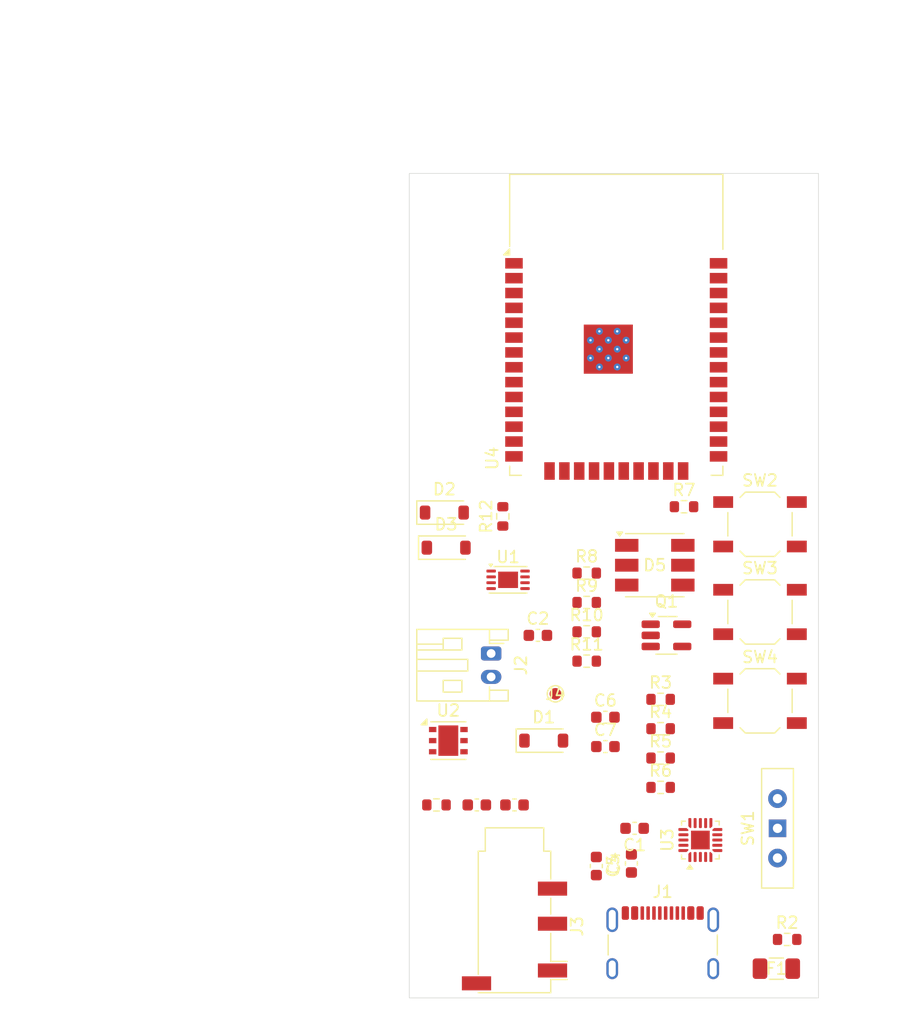
<source format=kicad_pcb>
(kicad_pcb (version 20241229) (generator "pcbnew") (generator_version "9.0")
  (layers (0 "F.Cu" signal) (2 "B.Cu" signal) (13 "F.Paste" user) (15 "B.Paste" user) (5 "F.SilkS" user "F.Silkscreen") (7 "B.SilkS" user "B.Silkscreen") (1 "F.Mask" user) (3 "B.Mask" user) (25 "Edge.Cuts" user))
  (net 0 "")
  (net 1 "GND")
  (net 2 "/VBUS_5V")
  (net 3 "/BAT")
  (net 4 "/VIN_RAW")
  (net 5 "/SYS_3V3")
  (net 6 "/EN")
  (net 7 "/DAH_IN")
  (net 8 "/DIT_IN")
  (net 9 "Net-(D1-A)")
  (net 10 "Net-(D1-K)")
  (net 11 "Net-(D5-RK)")
  (net 12 "Net-(D5-GK)")
  (net 13 "Net-(D5-BK)")
  (net 14 "Net-(F1-Pad2)")
  (net 15 "/USB_D-")
  (net 16 "Net-(J1-CC2)")
  (net 17 "/USB_D+")
  (net 19 "/GPIO33_SPARE")
  (net 20 "Net-(Q1-B)")
  (net 21 "Net-(U1-PROG)")
  (net 22 "Net-(SW1-A)")
  (net 23 "/GPIO0")
  (net 24 "Net-(U3-~{RST})")
  (net 25 "/LED_R")
  (net 26 "/LED_G")
  (net 27 "/LED_B")
  (net 28 "/BTN_USER")
  (net 37 "/UART0_RX")
  (net 40 "/UART0_TX")
  (footprint "Capacitor_SMD:C_0603_1608Metric" (layer "F.Cu") (at 86.5 125 90)
    (property "Reference" "C4" (at 0 -1.5 90) (layer "F.SilkS"))
    (property "Value" "C")
    (fp_line (start -0.14058 -0.51) (end 0.14058 -0.51) (stroke (width 0.12)) (layer "F.SilkS"))
    (fp_line (start -0.14058 0.51) (end 0.14058 0.51) (stroke (width 0.12)) (layer "F.SilkS"))
    (pad "1" smd roundrect (at -0.775 0 90) (size 0.9 0.95) (layers "F.Cu" "F.Mask" "F.Paste") (net 5 "/SYS_3V3"))
    (pad "2" smd roundrect (at 0.775 0 90) (size 0.9 0.95) (layers "F.Cu" "F.Mask" "F.Paste") (net 1 "GND"))
  )
  (footprint "TestPoint:TestPoint_Pad_D1.0mm" (layer "F.Cu") (at 80 110.5)
    (property "Reference" "J4" (at 0 0.002 0) (layer "F.SilkS"))
    (property "Value" "Conn_01x01_Pin")
    (fp_circle (center 0 0) (end 0 0.7) (stroke (width 0.12)) (fill no) (layer "F.SilkS"))
    (pad "1" smd circle (at 0 0) (size 1 1) (layers "F.Cu" "F.Mask") (net 19 "/GPIO33_SPARE"))
  )
  (footprint "Resistor_SMD:R_0603_1608Metric" (layer "F.Cu") (at 69.825 120)
    (property "Reference" "R1" (hide yes))
    (property "Value" "5.1k")
    (fp_line (start -0.237258 -0.5225) (end 0.237258 -0.5225) (stroke (width 0.12)) (layer "F.SilkS"))
    (fp_line (start -0.237258 0.5225) (end 0.237258 0.5225) (stroke (width 0.12)) (layer "F.SilkS"))
    (pad "1" smd roundrect (at -0.825 0) (size 0.8 0.95) (layers "F.Cu" "F.Mask" "F.Paste") (net 1 "GND"))
    (pad "2" smd roundrect (at 0.825 0) (size 0.8 0.95) (layers "F.Cu" "F.Mask" "F.Paste") (net 1 "GND"))
  )
  (footprint "RF_Module:ESP32-WROOM-32" (layer "F.Cu") (at 85.205 81.935)
    (property "Reference" "U4" (at -10.61 8.43 90) (layer "F.SilkS"))
    (property "Value" "ESP32-WROOM-32")
    (fp_line (start -9.12 -15.86) (end -9.12 -9.7) (stroke (width 0.12)) (layer "F.SilkS"))
    (fp_line (start -9.12 -15.86) (end 9.12 -15.86) (stroke (width 0.12)) (layer "F.SilkS"))
    (fp_line (start -9.12 9.1) (end -9.12 9.88) (stroke (width 0.12)) (layer "F.SilkS"))
    (fp_line (start -9.12 9.88) (end -8.12 9.88) (stroke (width 0.12)) (layer "F.SilkS"))
    (fp_line (start 9.12 -15.86) (end 9.12 -9.445) (stroke (width 0.12)) (layer "F.SilkS"))
    (fp_line (start 9.12 9.1) (end 9.12 9.88) (stroke (width 0.12)) (layer "F.SilkS"))
    (fp_line (start 9.12 9.88) (end 8.12 9.88) (stroke (width 0.12)) (layer "F.SilkS"))
    (fp_poly (pts (xy -9.125 -8.975) (xy -9.625 -8.975) (xy -9.125 -9.475) (xy -9.125 -8.975)) (stroke (width 0.12)) (fill yes) (layer "F.SilkS"))
    (pad "1" smd rect (at -8.75 -8.25) (size 1.5 0.9) (layers "F.Cu" "F.Mask" "F.Paste") (net 1 "GND"))
    (pad "2" smd rect (at -8.75 -6.98) (size 1.5 0.9) (layers "F.Cu" "F.Mask" "F.Paste") (net 5 "/SYS_3V3"))
    (pad "3" smd rect (at -8.75 -5.71) (size 1.5 0.9) (layers "F.Cu" "F.Mask" "F.Paste") (net 6 "/EN"))
    (pad "4" smd rect (at -8.75 -4.44) (size 1.5 0.9) (layers "F.Cu" "F.Mask" "F.Paste"))
    (pad "5" smd rect (at -8.75 -3.17) (size 1.5 0.9) (layers "F.Cu" "F.Mask" "F.Paste"))
    (pad "6" smd rect (at -8.75 -1.9) (size 1.5 0.9) (layers "F.Cu" "F.Mask" "F.Paste"))
    (pad "7" smd rect (at -8.75 -0.63) (size 1.5 0.9) (layers "F.Cu" "F.Mask" "F.Paste"))
    (pad "8" smd rect (at -8.75 0.64) (size 1.5 0.9) (layers "F.Cu" "F.Mask" "F.Paste") (net 28 "/BTN_USER"))
    (pad "9" smd rect (at -8.75 1.91) (size 1.5 0.9) (layers "F.Cu" "F.Mask" "F.Paste") (net 19 "/GPIO33_SPARE"))
    (pad "10" smd rect (at -8.75 3.18) (size 1.5 0.9) (layers "F.Cu" "F.Mask" "F.Paste"))
    (pad "11" smd rect (at -8.75 4.45) (size 1.5 0.9) (layers "F.Cu" "F.Mask" "F.Paste"))
    (pad "12" smd rect (at -8.75 5.72) (size 1.5 0.9) (layers "F.Cu" "F.Mask" "F.Paste") (net 7 "/DAH_IN"))
    (pad "13" smd rect (at -8.75 6.99) (size 1.5 0.9) (layers "F.Cu" "F.Mask" "F.Paste") (net 8 "/DIT_IN"))
    (pad "14" smd rect (at -8.75 8.26) (size 1.5 0.9) (layers "F.Cu" "F.Mask" "F.Paste"))
    (pad "15" smd rect (at -5.71 9.51 90) (size 1.5 0.9) (layers "F.Cu" "F.Mask" "F.Paste") (net 1 "GND"))
    (pad "16" smd rect (at -4.44 9.51 90) (size 1.5 0.9) (layers "F.Cu" "F.Mask" "F.Paste"))
    (pad "17" smd rect (at -3.17 9.51 90) (size 1.5 0.9) (layers "F.Cu" "F.Mask" "F.Paste"))
    (pad "18" smd rect (at -1.9 9.51 90) (size 1.5 0.9) (layers "F.Cu" "F.Mask" "F.Paste"))
    (pad "19" smd rect (at -0.63 9.51 90) (size 1.5 0.9) (layers "F.Cu" "F.Mask" "F.Paste"))
    (pad "20" smd rect (at 0.64 9.51 90) (size 1.5 0.9) (layers "F.Cu" "F.Mask" "F.Paste"))
    (pad "21" smd rect (at 1.91 9.51 90) (size 1.5 0.9) (layers "F.Cu" "F.Mask" "F.Paste"))
    (pad "22" smd rect (at 3.18 9.51 90) (size 1.5 0.9) (layers "F.Cu" "F.Mask" "F.Paste"))
    (pad "23" smd rect (at 4.45 9.51 90) (size 1.5 0.9) (layers "F.Cu" "F.Mask" "F.Paste"))
    (pad "24" smd rect (at 5.72 9.51 90) (size 1.5 0.9) (layers "F.Cu" "F.Mask" "F.Paste"))
    (pad "25" smd rect (at 8.75 8.26) (size 1.5 0.9) (layers "F.Cu" "F.Mask" "F.Paste") (net 23 "/GPIO0"))
    (pad "26" smd rect (at 8.75 6.99) (size 1.5 0.9) (layers "F.Cu" "F.Mask" "F.Paste"))
    (pad "27" smd rect (at 8.75 5.72) (size 1.5 0.9) (layers "F.Cu" "F.Mask" "F.Paste"))
    (pad "28" smd rect (at 8.75 4.45) (size 1.5 0.9) (layers "F.Cu" "F.Mask" "F.Paste"))
    (pad "29" smd rect (at 8.75 3.18) (size 1.5 0.9) (layers "F.Cu" "F.Mask" "F.Paste"))
    (pad "30" smd rect (at 8.75 1.91) (size 1.5 0.9) (layers "F.Cu" "F.Mask" "F.Paste"))
    (pad "31" smd rect (at 8.75 0.64) (size 1.5 0.9) (layers "F.Cu" "F.Mask" "F.Paste"))
    (pad "32" smd rect (at 8.75 -0.63) (size 1.5 0.9) (layers "F.Cu" "F.Mask" "F.Paste"))
    (pad "33" smd rect (at 8.75 -1.9) (size 1.5 0.9) (layers "F.Cu" "F.Mask" "F.Paste") (net 25 "/LED_R"))
    (pad "34" smd rect (at 8.75 -3.17) (size 1.5 0.9) (layers "F.Cu" "F.Mask" "F.Paste") (net 37 "/UART0_RX"))
    (pad "35" smd rect (at 8.75 -4.44) (size 1.5 0.9) (layers "F.Cu" "F.Mask" "F.Paste") (net 40 "/UART0_TX"))
    (pad "36" smd rect (at 8.75 -5.71) (size 1.5 0.9) (layers "F.Cu" "F.Mask" "F.Paste") (net 26 "/LED_G"))
    (pad "37" smd rect (at 8.75 -6.98) (size 1.5 0.9) (layers "F.Cu" "F.Mask" "F.Paste") (net 27 "/LED_B"))
    (pad "38" smd rect (at 8.75 -8.25) (size 1.5 0.9) (layers "F.Cu" "F.Mask" "F.Paste") (net 1 "GND"))
    (pad "39" smd rect (at -2.205 -2.435) (size 1.05 1.05) (layers "F.Cu" "F.Paste") (net 1 "GND"))
    (pad "39" thru_hole circle (at -2.205 -1.6725) (size 0.6 0.6) (drill 0.2) (property pad_prop_heatsink) (layers "*.Cu" "F.Mask") (net 1 "GND"))
    (pad "39" smd rect (at -2.205 -0.91) (size 1.05 1.05) (layers "F.Cu" "F.Paste") (net 1 "GND"))
    (pad "39" thru_hole circle (at -2.205 -0.1475) (size 0.6 0.6) (drill 0.2) (property pad_prop_heatsink) (layers "*.Cu" "F.Mask") (net 1 "GND"))
    (pad "39" smd rect (at -2.205 0.615) (size 1.05 1.05) (layers "F.Cu" "F.Paste") (net 1 "GND"))
    (pad "39" thru_hole circle (at -1.4425 -2.435) (size 0.6 0.6) (drill 0.2) (property pad_prop_heatsink) (layers "*.Cu" "F.Mask") (net 1 "GND"))
    (pad "39" thru_hole circle (at -1.4425 -0.91) (size 0.6 0.6) (drill 0.2) (property pad_prop_heatsink) (layers "*.Cu" "F.Mask") (net 1 "GND"))
    (pad "39" thru_hole circle (at -1.4425 0.615) (size 0.6 0.6) (drill 0.2) (property pad_prop_heatsink) (layers "*.Cu" "F.Mask") (net 1 "GND"))
    (pad "39" smd rect (at -0.68 -2.435) (size 1.05 1.05) (layers "F.Cu" "F.Paste") (net 1 "GND"))
    (pad "39" thru_hole circle (at -0.68 -1.6725) (size 0.6 0.6) (drill 0.2) (property pad_prop_heatsink) (layers "*.Cu" "F.Mask") (net 1 "GND"))
    (pad "39" smd rect (at -0.68 -0.91) (size 1.05 1.05) (layers "F.Cu" "F.Paste") (net 1 "GND"))
    (pad "39" smd rect (at -0.68 -0.91) (size 4.2 4.2) (property pad_prop_heatsink) (layers "F.Cu" "F.Mask") (net 1 "GND"))
    (pad "39" thru_hole circle (at -0.68 -0.1475) (size 0.6 0.6) (drill 0.2) (property pad_prop_heatsink) (layers "*.Cu" "F.Mask") (net 1 "GND"))
    (pad "39" smd rect (at -0.68 0.615) (size 1.05 1.05) (layers "F.Cu" "F.Paste") (net 1 "GND"))
    (pad "39" thru_hole circle (at 0.0825 -2.435) (size 0.6 0.6) (drill 0.2) (property pad_prop_heatsink) (layers "*.Cu" "F.Mask") (net 1 "GND"))
    (pad "39" thru_hole circle (at 0.0825 -0.91) (size 0.6 0.6) (drill 0.2) (property pad_prop_heatsink) (layers "*.Cu" "F.Mask") (net 1 "GND"))
    (pad "39" thru_hole circle (at 0.0825 0.615) (size 0.6 0.6) (drill 0.2) (property pad_prop_heatsink) (layers "*.Cu" "F.Mask") (net 1 "GND"))
    (pad "39" smd rect (at 0.845 -2.435) (size 1.05 1.05) (layers "F.Cu" "F.Paste") (net 1 "GND"))
    (pad "39" thru_hole circle (at 0.845 -1.6725) (size 0.6 0.6) (drill 0.2) (property pad_prop_heatsink) (layers "*.Cu" "F.Mask") (net 1 "GND"))
    (pad "39" smd rect (at 0.845 -0.91) (size 1.05 1.05) (layers "F.Cu" "F.Paste") (net 1 "GND"))
    (pad "39" thru_hole circle (at 0.845 -0.1475) (size 0.6 0.6) (drill 0.2) (property pad_prop_heatsink) (layers "*.Cu" "F.Mask") (net 1 "GND"))
    (pad "39" smd rect (at 0.845 0.615) (size 1.05 1.05) (layers "F.Cu" "F.Paste") (net 1 "GND"))
  )
  (footprint "Capacitor_SMD:C_0603_1608Metric" (layer "F.Cu") (at 73.275 120)
    (property "Reference" "C8" (hide yes))
    (property "Value" "10nF" (hide yes))
    (fp_line (start -0.14058 -0.51) (end 0.14058 -0.51) (stroke (width 0.12)) (layer "F.SilkS"))
    (fp_line (start -0.14058 0.51) (end 0.14058 0.51) (stroke (width 0.12)) (layer "F.SilkS"))
    (pad "1" smd roundrect (at -0.775 0) (size 0.9 0.95) (layers "F.Cu" "F.Mask" "F.Paste") (net 1 "GND"))
    (pad "2" smd roundrect (at 0.775 0) (size 0.9 0.95) (layers "F.Cu" "F.Mask" "F.Paste") (net 8 "/DIT_IN"))
  )
  (footprint "Resistor_SMD:R_0603_1608Metric" (layer "F.Cu") (at 75.5 95.325 90)
    (property "Reference" "R12" (at 0 -1.43 90) (layer "F.SilkS"))
    (property "Value" "330")
    (fp_line (start -0.237258 -0.5225) (end 0.237258 -0.5225) (stroke (width 0.12)) (layer "F.SilkS"))
    (fp_line (start -0.237258 0.5225) (end 0.237258 0.5225) (stroke (width 0.12)) (layer "F.SilkS"))
    (pad "1" smd roundrect (at -0.825 0 90) (size 0.8 0.95) (layers "F.Cu" "F.Mask" "F.Paste") (net 27 "/LED_B"))
    (pad "2" smd roundrect (at 0.825 0 90) (size 0.8 0.95) (layers "F.Cu" "F.Mask" "F.Paste") (net 13 "Net-(D5-BK)"))
  )
  (footprint "Package_TO_SOT_SMD:SOT-23-5_HandSoldering" (layer "F.Cu") (at 89.5 105.5)
    (property "Reference" "Q1" (at 0 -2.9 0) (layer "F.SilkS"))
    (property "Value" "Q_NPN_BCE")
    (fp_line (start -0.9 1.61) (end 0.9 1.61) (stroke (width 0.12)) (layer "F.SilkS"))
    (fp_line (start 0.1 -1.61) (end -0.7 -1.61) (stroke (width 0.12)) (layer "F.SilkS"))
    (fp_line (start 0.1 -1.61) (end 0.9 -1.61) (stroke (width 0.12)) (layer "F.SilkS"))
    (fp_poly (pts (xy -1.2 -1.56) (xy -1.44 -1.89) (xy -0.96 -1.89) (xy -1.2 -1.56)) (stroke (width 0.12)) (fill yes) (layer "F.SilkS"))
    (pad "1" smd roundrect (at -1.35 -0.95) (size 1.56 0.65) (layers "F.Cu" "F.Mask" "F.Paste") (net 20 "Net-(Q1-B)"))
    (pad "2" smd roundrect (at -1.35 0) (size 1.56 0.65) (layers "F.Cu" "F.Mask" "F.Paste") (net 6 "/EN"))
    (pad "3" smd roundrect (at -1.35 0.95) (size 1.56 0.65) (layers "F.Cu" "F.Mask" "F.Paste") (net 1 "GND"))
    (pad "4" smd roundrect (at 1.35 0.95) (size 1.56 0.65) (layers "F.Cu" "F.Mask" "F.Paste"))
    (pad "5" smd roundrect (at 1.35 -0.95) (size 1.56 0.65) (layers "F.Cu" "F.Mask" "F.Paste"))
  )
  (footprint "Capacitor_SMD:C_0603_1608Metric" (layer "F.Cu") (at 78.5 105.5)
    (property "Reference" "C2" (at 0 -1.43 0) (layer "F.SilkS"))
    (property "Value" "10uF")
    (fp_line (start -0.14058 -0.51) (end 0.14058 -0.51) (stroke (width 0.12)) (layer "F.SilkS"))
    (fp_line (start -0.14058 0.51) (end 0.14058 0.51) (stroke (width 0.12)) (layer "F.SilkS"))
    (pad "1" smd roundrect (at -0.775 0) (size 0.9 0.95) (layers "F.Cu" "F.Mask" "F.Paste") (net 3 "/BAT"))
    (pad "2" smd roundrect (at 0.775 0) (size 0.9 0.95) (layers "F.Cu" "F.Mask" "F.Paste") (net 1 "GND"))
  )
  (footprint "Capacitor_SMD:C_0603_1608Metric" (layer "F.Cu") (at 84.275 112.5)
    (property "Reference" "C6" (at 0 -1.43 0) (layer "F.SilkS"))
    (property "Value" "0.1uF")
    (fp_line (start -0.14058 -0.51) (end 0.14058 -0.51) (stroke (width 0.12)) (layer "F.SilkS"))
    (fp_line (start -0.14058 0.51) (end 0.14058 0.51) (stroke (width 0.12)) (layer "F.SilkS"))
    (pad "1" smd roundrect (at -0.775 0) (size 0.9 0.95) (layers "F.Cu" "F.Mask" "F.Paste") (net 6 "/EN"))
    (pad "2" smd roundrect (at 0.775 0) (size 0.9 0.95) (layers "F.Cu" "F.Mask" "F.Paste") (net 1 "GND"))
  )
  (footprint "Fuse:Fuse_1206_3216Metric" (layer "F.Cu") (at 98.9 134)
    (property "Reference" "F1" (at 0 0 0) (layer "F.SilkS"))
    (property "Value" "Polyfuse")
    (fp_line (start -0.602064 -0.91) (end 0.602064 -0.91) (stroke (width 0.12)) (layer "F.SilkS"))
    (fp_line (start -0.602064 0.91) (end 0.602064 0.91) (stroke (width 0.12)) (layer "F.SilkS"))
    (pad "1" smd roundrect (at -1.4 0) (size 1.25 1.75) (layers "F.Cu" "F.Mask" "F.Paste") (roundrect_rratio 0.2) (net 2 "/VBUS_5V"))
    (pad "2" smd roundrect (at 1.4 0) (size 1.25 1.75) (layers "F.Cu" "F.Mask" "F.Paste") (roundrect_rratio 0.2) (net 14 "Net-(F1-Pad2)"))
  )
  (footprint "Resistor_SMD:R_0603_1608Metric" (layer "F.Cu") (at 89 110.97)
    (property "Reference" "R3" (at 0 -1.43 0) (layer "F.SilkS"))
    (property "Value" "5.1k")
    (fp_line (start -0.237258 -0.5225) (end 0.237258 -0.5225) (stroke (width 0.12)) (layer "F.SilkS"))
    (fp_line (start -0.237258 0.5225) (end 0.237258 0.5225) (stroke (width 0.12)) (layer "F.SilkS"))
    (pad "1" smd roundrect (at -0.825 0) (size 0.8 0.95) (layers "F.Cu" "F.Mask" "F.Paste") (net 21 "Net-(U1-PROG)"))
    (pad "2" smd roundrect (at 0.825 0) (size 0.8 0.95) (layers "F.Cu" "F.Mask" "F.Paste") (net 1 "GND"))
  )
  (footprint "Button_Switch_SMD:SW_SPST_TL3342" (layer "F.Cu") (at 97.5 103.5)
    (property "Reference" "SW3" (at 0 -3.75 0) (layer "F.SilkS"))
    (property "Value" "SW_Push")
    (fp_line (start -2.75 -1) (end -2.75 1) (stroke (width 0.12)) (layer "F.SilkS"))
    (fp_line (start -1.7 -2.3) (end -1.25 -2.75) (stroke (width 0.12)) (layer "F.SilkS"))
    (fp_line (start -1.7 2.3) (end -1.25 2.75) (stroke (width 0.12)) (layer "F.SilkS"))
    (fp_line (start -1.25 -2.75) (end 1.25 -2.75) (stroke (width 0.12)) (layer "F.SilkS"))
    (fp_line (start -1.25 2.75) (end 1.25 2.75) (stroke (width 0.12)) (layer "F.SilkS"))
    (fp_line (start 1.7 -2.3) (end 1.25 -2.75) (stroke (width 0.12)) (layer "F.SilkS"))
    (fp_line (start 1.7 2.3) (end 1.25 2.75) (stroke (width 0.12)) (layer "F.SilkS"))
    (fp_line (start 2.75 -1) (end 2.75 1) (stroke (width 0.12)) (layer "F.SilkS"))
    (pad "1" smd rect (at -3.15 -1.9) (size 1.7 1) (layers "F.Cu" "F.Mask" "F.Paste") (net 6 "/EN"))
    (pad "1" smd rect (at 3.15 -1.9) (size 1.7 1) (layers "F.Cu" "F.Mask" "F.Paste") (net 6 "/EN"))
    (pad "2" smd rect (at -3.15 1.9) (size 1.7 1) (layers "F.Cu" "F.Mask" "F.Paste") (net 1 "GND"))
    (pad "2" smd rect (at 3.15 1.9) (size 1.7 1) (layers "F.Cu" "F.Mask" "F.Paste") (net 1 "GND"))
  )
  (footprint "Connector_Audio:Jack_3.5mm_PJ320D_Horizontal" (layer "F.Cu") (at 76.5 130.33 -90)
    (property "Reference" "J3" (at 0.05 -5.35 90) (layer "F.SilkS"))
    (property "Value" "AudioJack4")
    (fp_line (start 4.15 3.1) (end -6.375 3.1) (stroke (width 0.12)) (layer "F.SilkS"))
    (fp_line (start 5.725 3.1) (end 5.725 -3.1) (stroke (width 0.12)) (layer "F.SilkS"))
    (fp_line (start -6.375 2.5) (end -6.375 3.1) (stroke (width 0.12)) (layer "F.SilkS"))
    (fp_line (start -6.375 2.5) (end -8.375 2.5) (stroke (width 0.12)) (layer "F.SilkS"))
    (fp_line (start -8.375 -2.5) (end -8.375 2.5) (stroke (width 0.12)) (layer "F.SilkS"))
    (fp_line (start -6.375 -2.5) (end -8.375 -2.5) (stroke (width 0.12)) (layer "F.SilkS"))
    (fp_line (start -6.375 -3.1) (end -6.375 -2.5) (stroke (width 0.12)) (layer "F.SilkS"))
    (fp_line (start -6.375 -3.1) (end -4 -3.1) (stroke (width 0.12)) (layer "F.SilkS"))
    (fp_line (start -2.35 -3.1) (end -1 -3.1) (stroke (width 0.12)) (layer "F.SilkS"))
    (fp_line (start 0.65 -3.1) (end 3.05 -3.1) (stroke (width 0.12)) (layer "F.SilkS"))
    (fp_line (start 3.05 -3.1) (end 3.05 -4.5) (stroke (width 0.12)) (layer "F.SilkS"))
    (fp_line (start 4.6 -3.1) (end 5.725 -3.1) (stroke (width 0.12)) (layer "F.SilkS"))
    (fp_line (start 4.6 -3.1) (end 4.6 -4.5) (stroke (width 0.12)) (layer "F.SilkS"))
    (pad "" np_thru_hole circle (at -4.775 0 270) (size 1.5 1.5) (drill 1.5) (layers "*.Cu" "*.Mask"))
    (pad "" np_thru_hole circle (at 2.225 0 270) (size 1.5 1.5) (drill 1.5) (layers "*.Cu" "*.Mask"))
    (pad "R1" smd rect (at -0.175 -3.25 270) (size 1.2 2.5) (layers "F.Cu" "F.Mask" "F.Paste") (net 7 "/DAH_IN"))
    (pad "R2" smd rect (at -3.175 -3.25 270) (size 1.2 2.5) (layers "F.Cu" "F.Mask" "F.Paste"))
    (pad "S" smd rect (at 4.925 3.25 270) (size 1.2 2.5) (layers "F.Cu" "F.Mask" "F.Paste") (net 1 "GND"))
    (pad "T" smd rect (at 3.825 -3.25 270) (size 1.2 2.5) (layers "F.Cu" "F.Mask" "F.Paste") (net 8 "/DIT_IN"))
  )
  (footprint "Capacitor_SMD:C_0603_1608Metric" (layer "F.Cu") (at 76.5 120)
    (property "Reference" "C3" (hide yes))
    (property "Value" "C")
    (fp_line (start -0.14058 -0.51) (end 0.14058 -0.51) (stroke (width 0.12)) (layer "F.SilkS"))
    (fp_line (start -0.14058 0.51) (end 0.14058 0.51) (stroke (width 0.12)) (layer "F.SilkS"))
    (pad "1" smd roundrect (at -0.775 0) (size 0.9 0.95) (layers "F.Cu" "F.Mask" "F.Paste") (net 4 "/VIN_RAW"))
    (pad "2" smd roundrect (at 0.775 0) (size 0.9 0.95) (layers "F.Cu" "F.Mask" "F.Paste") (net 1 "GND"))
  )
  (footprint "Capacitor_SMD:C_0603_1608Metric" (layer "F.Cu") (at 86.775 122 180)
    (property "Reference" "C1" (at 0 -1.43 0) (layer "F.SilkS"))
    (property "Value" "10uF")
    (fp_line (start -0.14058 0.51) (end 0.14058 0.51) (stroke (width 0.12)) (layer "F.SilkS"))
    (fp_line (start -0.14058 -0.51) (end 0.14058 -0.51) (stroke (width 0.12)) (layer "F.SilkS"))
    (pad "1" smd roundrect (at -0.775 0 180) (size 0.9 0.95) (layers "F.Cu" "F.Mask" "F.Paste") (net 2 "/VBUS_5V"))
    (pad "2" smd roundrect (at 0.775 0 180) (size 0.9 0.95) (layers "F.Cu" "F.Mask" "F.Paste") (net 1 "GND"))
  )
  (footprint "Diode_SMD:D_SOD-123" (layer "F.Cu") (at 79 114.5)
    (property "Reference" "D1" (at 0 -2 0) (layer "F.SilkS"))
    (property "Value" "LED")
    (fp_line (start -2.36 -1) (end -2.36 1) (stroke (width 0.12)) (layer "F.SilkS"))
    (fp_line (start -2.36 -1) (end 1.65 -1) (stroke (width 0.12)) (layer "F.SilkS"))
    (fp_line (start -2.36 1) (end 1.65 1) (stroke (width 0.12)) (layer "F.SilkS"))
    (pad "1" smd roundrect (at -1.65 0) (size 0.9 1.2) (layers "F.Cu" "F.Mask" "F.Paste") (net 10 "Net-(D1-K)"))
    (pad "2" smd roundrect (at 1.65 0) (size 0.9 1.2) (layers "F.Cu" "F.Mask" "F.Paste") (net 9 "Net-(D1-A)"))
  )
  (footprint "Diode_SMD:D_SOD-123" (layer "F.Cu") (at 70.5 95)
    (property "Reference" "D2" (at 0 -2 0) (layer "F.SilkS"))
    (property "Value" "D")
    (fp_line (start -2.36 -1) (end -2.36 1) (stroke (width 0.12)) (layer "F.SilkS"))
    (fp_line (start -2.36 -1) (end 1.65 -1) (stroke (width 0.12)) (layer "F.SilkS"))
    (fp_line (start -2.36 1) (end 1.65 1) (stroke (width 0.12)) (layer "F.SilkS"))
    (pad "1" smd roundrect (at -1.65 0) (size 0.9 1.2) (layers "F.Cu" "F.Mask" "F.Paste") (net 4 "/VIN_RAW"))
    (pad "2" smd roundrect (at 1.65 0) (size 0.9 1.2) (layers "F.Cu" "F.Mask" "F.Paste") (net 3 "/BAT"))
  )
  (footprint "Connector_USB:USB_C_Receptacle_GCT_USB4105-xx-A_16P_TopMnt_Horizontal" (layer "F.Cu") (at 89.18 132.925)
    (property "Reference" "J1" (at 0 -5.5 0) (layer "F.SilkS"))
    (property "Value" "USB_C_Receptacle_USB2.0_14P")
    (fp_line (start -4.67 -0.1) (end -4.67 -1.8) (stroke (width 0.12)) (layer "F.SilkS"))
    (fp_line (start 4.67 -0.1) (end 4.67 -1.8) (stroke (width 0.12)) (layer "F.SilkS"))
    (pad "" np_thru_hole circle (at -2.89 -2.605) (size 0.65 0.65) (drill 0.65) (layers "*.Cu" "*.Mask"))
    (pad "" np_thru_hole circle (at 2.89 -2.605) (size 0.65 0.65) (drill 0.65) (layers "*.Cu" "*.Mask"))
    (pad "A1" smd roundrect (at -3.2 -3.68) (size 0.6 1.15) (layers "F.Cu" "F.Mask" "F.Paste") (net 1 "GND"))
    (pad "A4" smd roundrect (at -2.4 -3.68) (size 0.6 1.15) (layers "F.Cu" "F.Mask" "F.Paste") (net 14 "Net-(F1-Pad2)"))
    (pad "A5" smd roundrect (at -1.25 -3.68) (size 0.3 1.15) (layers "F.Cu" "F.Mask" "F.Paste") (net 1 "GND"))
    (pad "A6" smd roundrect (at -0.25 -3.68) (size 0.3 1.15) (layers "F.Cu" "F.Mask" "F.Paste") (net 17 "/USB_D+"))
    (pad "A7" smd roundrect (at 0.25 -3.68) (size 0.3 1.15) (layers "F.Cu" "F.Mask" "F.Paste") (net 15 "/USB_D-"))
    (pad "A8" smd roundrect (at 1.25 -3.68) (size 0.3 1.15) (layers "F.Cu" "F.Mask" "F.Paste"))
    (pad "A9" smd roundrect (at 2.4 -3.68) (size 0.6 1.15) (layers "F.Cu" "F.Mask" "F.Paste") (net 14 "Net-(F1-Pad2)"))
    (pad "A12" smd roundrect (at 3.2 -3.68) (size 0.6 1.15) (layers "F.Cu" "F.Mask" "F.Paste") (net 1 "GND"))
    (pad "B1" smd roundrect (at 3.2 -3.68) (size 0.6 1.15) (layers "F.Cu" "F.Mask" "F.Paste") (net 1 "GND"))
    (pad "B4" smd roundrect (at 2.4 -3.68) (size 0.6 1.15) (layers "F.Cu" "F.Mask" "F.Paste") (net 14 "Net-(F1-Pad2)"))
    (pad "B5" smd roundrect (at 1.75 -3.68) (size 0.3 1.15) (layers "F.Cu" "F.Mask" "F.Paste") (net 16 "Net-(J1-CC2)"))
    (pad "B6" smd roundrect (at 0.75 -3.68) (size 0.3 1.15) (layers "F.Cu" "F.Mask" "F.Paste") (net 17 "/USB_D+"))
    (pad "B7" smd roundrect (at -0.75 -3.68) (size 0.3 1.15) (layers "F.Cu" "F.Mask" "F.Paste") (net 15 "/USB_D-"))
    (pad "B8" smd roundrect (at -1.75 -3.68) (size 0.3 1.15) (layers "F.Cu" "F.Mask" "F.Paste"))
    (pad "B9" smd roundrect (at -2.4 -3.68) (size 0.6 1.15) (layers "F.Cu" "F.Mask" "F.Paste") (net 14 "Net-(F1-Pad2)"))
    (pad "B12" smd roundrect (at -3.2 -3.68) (size 0.6 1.15) (layers "F.Cu" "F.Mask" "F.Paste") (net 1 "GND"))
    (pad "S1" thru_hole oval (at -4.32 -3.105) (size 1 2.1) (drill oval 0.6 1.7) (property pad_prop_heatsink) (layers "*.Cu" "*.Mask" "F.Paste") (net 1 "GND"))
    (pad "S1" thru_hole oval (at -4.32 1.075) (size 1 1.8) (drill oval 0.6 1.4) (property pad_prop_heatsink) (layers "*.Cu" "*.Mask" "F.Paste") (net 1 "GND"))
    (pad "S1" thru_hole oval (at 4.32 -3.105) (size 1 2.1) (drill oval 0.6 1.7) (property pad_prop_heatsink) (layers "*.Cu" "*.Mask" "F.Paste") (net 1 "GND"))
    (pad "S1" thru_hole oval (at 4.32 1.075) (size 1 1.8) (drill oval 0.6 1.4) (property pad_prop_heatsink) (layers "*.Cu" "*.Mask" "F.Paste") (net 1 "GND"))
  )
  (footprint "Capacitor_SMD:C_0603_1608Metric" (layer "F.Cu") (at 84.275 115.01)
    (property "Reference" "C7" (at 0 -1.43 0) (layer "F.SilkS"))
    (property "Value" "10nF")
    (fp_line (start -0.14058 -0.51) (end 0.14058 -0.51) (stroke (width 0.12)) (layer "F.SilkS"))
    (fp_line (start -0.14058 0.51) (end 0.14058 0.51) (stroke (width 0.12)) (layer "F.SilkS"))
    (pad "1" smd roundrect (at -0.775 0) (size 0.9 0.95) (layers "F.Cu" "F.Mask" "F.Paste") (net 1 "GND"))
    (pad "2" smd roundrect (at 0.775 0) (size 0.9 0.95) (layers "F.Cu" "F.Mask" "F.Paste") (net 7 "/DAH_IN"))
  )
  (footprint "Diode_SMD:D_SOD-123" (layer "F.Cu") (at 70.65 98)
    (property "Reference" "D3" (at 0 -2 0) (layer "F.SilkS"))
    (property "Value" "D")
    (fp_line (start -2.36 -1) (end -2.36 1) (stroke (width 0.12)) (layer "F.SilkS"))
    (fp_line (start -2.36 -1) (end 1.65 -1) (stroke (width 0.12)) (layer "F.SilkS"))
    (fp_line (start -2.36 1) (end 1.65 1) (stroke (width 0.12)) (layer "F.SilkS"))
    (pad "1" smd roundrect (at -1.65 0) (size 0.9 1.2) (layers "F.Cu" "F.Mask" "F.Paste") (net 4 "/VIN_RAW"))
    (pad "2" smd roundrect (at 1.65 0) (size 0.9 1.2) (layers "F.Cu" "F.Mask" "F.Paste") (net 2 "/VBUS_5V"))
  )
  (footprint "Capacitor_SMD:C_0603_1608Metric" (layer "F.Cu") (at 83.5 125.225 -90)
    (property "Reference" "C5" (at 0 -1.43 90) (layer "F.SilkS"))
    (property "Value" "100nF")
    (fp_line (start -0.14058 0.51) (end 0.14058 0.51) (stroke (width 0.12)) (layer "F.SilkS"))
    (fp_line (start -0.14058 -0.51) (end 0.14058 -0.51) (stroke (width 0.12)) (layer "F.SilkS"))
    (pad "1" smd roundrect (at -0.775 0 270) (size 0.9 0.95) (layers "F.Cu" "F.Mask" "F.Paste") (net 5 "/SYS_3V3"))
    (pad "2" smd roundrect (at 0.775 0 270) (size 0.9 0.95) (layers "F.Cu" "F.Mask" "F.Paste") (net 1 "GND"))
  )
  (footprint "Resistor_SMD:R_0603_1608Metric" (layer "F.Cu") (at 91 94.5)
    (property "Reference" "R7" (at 0 -1.43 0) (layer "F.SilkS"))
    (property "Value" "10k")
    (fp_line (start -0.237258 -0.5225) (end 0.237258 -0.5225) (stroke (width 0.12)) (layer "F.SilkS"))
    (fp_line (start -0.237258 0.5225) (end 0.237258 0.5225) (stroke (width 0.12)) (layer "F.SilkS"))
    (pad "1" smd roundrect (at -0.825 0) (size 0.8 0.95) (layers "F.Cu" "F.Mask" "F.Paste") (net 5 "/SYS_3V3"))
    (pad "2" smd roundrect (at 0.825 0) (size 0.8 0.95) (layers "F.Cu" "F.Mask" "F.Paste") (net 23 "/GPIO0"))
  )
  (footprint "Button_Switch_SMD:SW_SPST_TL3342" (layer "F.Cu") (at 97.5 111.1)
    (property "Reference" "SW4" (at 0 -3.75 0) (layer "F.SilkS"))
    (property "Value" "SW_Push")
    (fp_line (start -2.75 -1) (end -2.75 1) (stroke (width 0.12)) (layer "F.SilkS"))
    (fp_line (start -1.7 -2.3) (end -1.25 -2.75) (stroke (width 0.12)) (layer "F.SilkS"))
    (fp_line (start -1.7 2.3) (end -1.25 2.75) (stroke (width 0.12)) (layer "F.SilkS"))
    (fp_line (start -1.25 -2.75) (end 1.25 -2.75) (stroke (width 0.12)) (layer "F.SilkS"))
    (fp_line (start -1.25 2.75) (end 1.25 2.75) (stroke (width 0.12)) (layer "F.SilkS"))
    (fp_line (start 1.7 -2.3) (end 1.25 -2.75) (stroke (width 0.12)) (layer "F.SilkS"))
    (fp_line (start 1.7 2.3) (end 1.25 2.75) (stroke (width 0.12)) (layer "F.SilkS"))
    (fp_line (start 2.75 -1) (end 2.75 1) (stroke (width 0.12)) (layer "F.SilkS"))
    (pad "1" smd rect (at -3.15 -1.9) (size 1.7 1) (layers "F.Cu" "F.Mask" "F.Paste") (net 1 "GND"))
    (pad "1" smd rect (at 3.15 -1.9) (size 1.7 1) (layers "F.Cu" "F.Mask" "F.Paste") (net 1 "GND"))
    (pad "2" smd rect (at -3.15 1.9) (size 1.7 1) (layers "F.Cu" "F.Mask" "F.Paste") (net 28 "/BTN_USER"))
    (pad "2" smd rect (at 3.15 1.9) (size 1.7 1) (layers "F.Cu" "F.Mask" "F.Paste") (net 28 "/BTN_USER"))
  )
  (footprint "LED_SMD:LED_RGB_5050-6" (layer "F.Cu") (at 88.5 99.5)
    (property "Reference" "D5" (at 0 0 180) (layer "F.SilkS"))
    (property "Value" "LED_RGB")
    (fp_line (start -2.5 -2.7) (end 2.5 -2.7) (stroke (width 0.12)) (layer "F.SilkS"))
    (fp_line (start 2.5 2.7) (end -2.5 2.7) (stroke (width 0.12)) (layer "F.SilkS"))
    (fp_poly (pts (xy -3 -2.5) (xy -3.24 -2.83) (xy -2.76 -2.83) (xy -3 -2.5)) (stroke (width 0.12)) (fill yes) (layer "F.SilkS"))
    (pad "1" smd rect (at -2.4 -1.7 90) (size 1.1 2) (layers "F.Cu" "F.Mask" "F.Paste") (net 11 "Net-(D5-RK)"))
    (pad "2" smd rect (at -2.4 0 90) (size 1.1 2) (layers "F.Cu" "F.Mask" "F.Paste") (net 12 "Net-(D5-GK)"))
    (pad "3" smd rect (at -2.4 1.7 90) (size 1.1 2) (layers "F.Cu" "F.Mask" "F.Paste") (net 13 "Net-(D5-BK)"))
    (pad "4" smd rect (at 2.4 1.7 90) (size 1.1 2) (layers "F.Cu" "F.Mask" "F.Paste") (net 1 "GND"))
    (pad "5" smd rect (at 2.4 0 90) (size 1.1 2) (layers "F.Cu" "F.Mask" "F.Paste") (net 1 "GND"))
    (pad "6" smd rect (at 2.4 -1.7 90) (size 1.1 2) (layers "F.Cu" "F.Mask" "F.Paste") (net 1 "GND"))
  )
  (footprint "Connector_JST:JST_PH_S2B-PH-K_1x02_P2.00mm_Horizontal" (layer "F.Cu") (at 74.5 107.05 -90)
    (property "Reference" "J2" (at 1 -2.55 90) (layer "F.SilkS"))
    (property "Value" "Conn_01x02_Socket")
    (fp_line (start -2.06 6.36) (end 4.06 6.36) (stroke (width 0.12)) (layer "F.SilkS"))
    (fp_line (start 0.5 6.36) (end 0.5 2) (stroke (width 0.12)) (layer "F.SilkS"))
    (fp_line (start 4.06 6.36) (end 4.06 -1.46) (stroke (width 0.12)) (layer "F.SilkS"))
    (fp_line (start -0.8 4.1) (end -0.8 6.36) (stroke (width 0.12)) (layer "F.SilkS"))
    (fp_line (start -0.3 4.1) (end -0.3 6.36) (stroke (width 0.12)) (layer "F.SilkS"))
    (fp_line (start 0.5 2) (end 1.5 2) (stroke (width 0.12)) (layer "F.SilkS"))
    (fp_line (start 1.5 2) (end 1.5 6.36) (stroke (width 0.12)) (layer "F.SilkS"))
    (fp_line (start -2.06 0.14) (end -1.14 0.14) (stroke (width 0.12)) (layer "F.SilkS"))
    (fp_line (start -1.14 0.14) (end -1.14 -1.46) (stroke (width 0.12)) (layer "F.SilkS"))
    (fp_line (start -0.86 0.14) (end -1.14 0.14) (stroke (width 0.12)) (layer "F.SilkS"))
    (fp_line (start -0.86 0.14) (end -0.86 -1.075) (stroke (width 0.12)) (layer "F.SilkS"))
    (fp_line (start 3.14 0.14) (end 2.86 0.14) (stroke (width 0.12)) (layer "F.SilkS"))
    (fp_line (start 4.06 0.14) (end 3.14 0.14) (stroke (width 0.12)) (layer "F.SilkS"))
    (fp_line (start -2.06 -1.46) (end -2.06 6.36) (stroke (width 0.12)) (layer "F.SilkS"))
    (fp_line (start -1.14 -1.46) (end -2.06 -1.46) (stroke (width 0.12)) (layer "F.SilkS"))
    (fp_line (start 3.14 -1.46) (end 3.14 0.14) (stroke (width 0.12)) (layer "F.SilkS"))
    (fp_line (start 4.06 -1.46) (end 3.14 -1.46) (stroke (width 0.12)) (layer "F.SilkS"))
    (fp_rect (start -1.3 2.5) (end -0.3 4.1) (stroke (width 0.12)) (fill no) (layer "F.SilkS"))
    (fp_rect (start 2.3 2.5) (end 3.3 4.1) (stroke (width 0.12)) (fill no) (layer "F.SilkS"))
    (pad "1" thru_hole roundrect (at 0 0 270) (size 1.2 1.75) (drill 0.75) (layers "*.Cu" "*.Mask") (roundrect_rratio 0.208333) (net 3 "/BAT"))
    (pad "2" thru_hole oval (at 2 0 270) (size 1.2 1.75) (drill 0.75) (layers "*.Cu" "*.Mask") (net 1 "GND"))
  )
  (footprint "Button_Switch_SMD:SW_SPST_TL3342" (layer "F.Cu") (at 97.5 96)
    (property "Reference" "SW2" (at 0 -3.75 0) (layer "F.SilkS"))
    (property "Value" "SW_Push")
    (fp_line (start -2.75 -1) (end -2.75 1) (stroke (width 0.12)) (layer "F.SilkS"))
    (fp_line (start -1.7 -2.3) (end -1.25 -2.75) (stroke (width 0.12)) (layer "F.SilkS"))
    (fp_line (start -1.7 2.3) (end -1.25 2.75) (stroke (width 0.12)) (layer "F.SilkS"))
    (fp_line (start -1.25 -2.75) (end 1.25 -2.75) (stroke (width 0.12)) (layer "F.SilkS"))
    (fp_line (start -1.25 2.75) (end 1.25 2.75) (stroke (width 0.12)) (layer "F.SilkS"))
    (fp_line (start 1.7 -2.3) (end 1.25 -2.75) (stroke (width 0.12)) (layer "F.SilkS"))
    (fp_line (start 1.7 2.3) (end 1.25 2.75) (stroke (width 0.12)) (layer "F.SilkS"))
    (fp_line (start 2.75 -1) (end 2.75 1) (stroke (width 0.12)) (layer "F.SilkS"))
    (pad "1" smd rect (at -3.15 -1.9) (size 1.7 1) (layers "F.Cu" "F.Mask" "F.Paste") (net 23 "/GPIO0"))
    (pad "1" smd rect (at 3.15 -1.9) (size 1.7 1) (layers "F.Cu" "F.Mask" "F.Paste") (net 23 "/GPIO0"))
    (pad "2" smd rect (at -3.15 1.9) (size 1.7 1) (layers "F.Cu" "F.Mask" "F.Paste") (net 1 "GND"))
    (pad "2" smd rect (at 3.15 1.9) (size 1.7 1) (layers "F.Cu" "F.Mask" "F.Paste") (net 1 "GND"))
  )
  (footprint "Resistor_SMD:R_0603_1608Metric" (layer "F.Cu") (at 82.675 107.705)
    (property "Reference" "R11" (at 0 -1.43 0) (layer "F.SilkS"))
    (property "Value" "330")
    (fp_line (start -0.237258 -0.5225) (end 0.237258 -0.5225) (stroke (width 0.12)) (layer "F.SilkS"))
    (fp_line (start -0.237258 0.5225) (end 0.237258 0.5225) (stroke (width 0.12)) (layer "F.SilkS"))
    (pad "1" smd roundrect (at -0.825 0) (size 0.8 0.95) (layers "F.Cu" "F.Mask" "F.Paste") (net 26 "/LED_G"))
    (pad "2" smd roundrect (at 0.825 0) (size 0.8 0.95) (layers "F.Cu" "F.Mask" "F.Paste") (net 12 "Net-(D5-GK)"))
  )
  (footprint "Resistor_SMD:R_0603_1608Metric" (layer "F.Cu") (at 89 118.5)
    (property "Reference" "R6" (at 0 -1.43 0) (layer "F.SilkS"))
    (property "Value" "10k")
    (fp_line (start -0.237258 -0.5225) (end 0.237258 -0.5225) (stroke (width 0.12)) (layer "F.SilkS"))
    (fp_line (start -0.237258 0.5225) (end 0.237258 0.5225) (stroke (width 0.12)) (layer "F.SilkS"))
    (pad "1" smd roundrect (at -0.825 0) (size 0.8 0.95) (layers "F.Cu" "F.Mask" "F.Paste") (net 6 "/EN"))
    (pad "2" smd roundrect (at 0.825 0) (size 0.8 0.95) (layers "F.Cu" "F.Mask" "F.Paste") (net 5 "/SYS_3V3"))
  )
  (footprint "Button_Switch_THT:SW_Slide-03_Wuerth-WS-SLTV_10x2.5x6.4_P2.54mm" (layer "F.Cu") (at 99 122 90)
    (property "Reference" "SW1" (at 0 -2.54 90) (layer "F.SilkS"))
    (property "Value" "SW_SPST")
    (fp_rect (start -5.11 -1.36) (end 5.11 1.36) (stroke (width 0.12)) (fill no) (layer "F.SilkS"))
    (pad "1" thru_hole rect (at 0 0 90) (size 1.5 1.5) (drill 0.8) (layers "*.Cu" "*.Mask") (net 22 "Net-(SW1-A)"))
    (pad "2" thru_hole circle (at -2.54 0 90) (size 1.6 1.6) (drill 0.8) (layers "*.Cu" "*.Mask") (net 5 "/SYS_3V3"))
    (pad "3" thru_hole circle (at 2.54 0 90) (size 1.6 1.6) (drill 0.8) (layers "*.Cu" "*.Mask"))
  )
  (footprint "Package_DFN_QFN:DFN-6-1EP_3x3mm_P0.95mm_EP1.7x2.6mm" (layer "F.Cu") (at 70.84 114.5)
    (property "Reference" "U2" (at 0 -2.575 0) (layer "F.SilkS"))
    (property "Value" "LDO40LPU33RY")
    (fp_line (start -1.5 -1.61) (end 1.5 -1.61) (stroke (width 0.12)) (layer "F.SilkS"))
    (fp_line (start -1.5 1.61) (end 1.5 1.61) (stroke (width 0.12)) (layer "F.SilkS"))
    (fp_poly (pts (xy -1.84 -1.36) (xy -2.32 -1.36) (xy -1.84 -1.84) (xy -1.84 -1.36)) (stroke (width 0.12)) (fill yes) (layer "F.SilkS"))
    (pad "1" smd rect (at -1.34 -0.95) (size 0.63 0.45) (layers "F.Cu" "F.Mask" "F.Paste") (net 1 "GND"))
    (pad "2" smd rect (at -1.34 0) (size 0.63 0.45) (layers "F.Cu" "F.Mask" "F.Paste") (net 22 "Net-(SW1-A)"))
    (pad "3" smd rect (at -1.34 0.95) (size 0.63 0.45) (layers "F.Cu" "F.Mask" "F.Paste") (net 4 "/VIN_RAW"))
    (pad "4" smd rect (at 1.34 0.95) (size 0.63 0.45) (layers "F.Cu" "F.Mask" "F.Paste") (net 5 "/SYS_3V3"))
    (pad "5" smd rect (at 1.34 0) (size 0.63 0.45) (layers "F.Cu" "F.Mask" "F.Paste") (net 5 "/SYS_3V3"))
    (pad "6" smd rect (at 1.34 -0.95) (size 0.63 0.45) (layers "F.Cu" "F.Mask" "F.Paste"))
    (pad "7" smd rect (at 0 0) (size 1.7 2.6) (layers "F.Cu" "F.Mask") (net 1 "GND"))
  )
  (footprint "Resistor_SMD:R_0603_1608Metric" (layer "F.Cu") (at 89 113.48)
    (property "Reference" "R4" (at 0 -1.43 0) (layer "F.SilkS"))
    (property "Value" "1k")
    (fp_line (start -0.237258 -0.5225) (end 0.237258 -0.5225) (stroke (width 0.12)) (layer "F.SilkS"))
    (fp_line (start -0.237258 0.5225) (end 0.237258 0.5225) (stroke (width 0.12)) (layer "F.SilkS"))
    (pad "1" smd roundrect (at -0.825 0) (size 0.8 0.95) (layers "F.Cu" "F.Mask" "F.Paste") (net 9 "Net-(D1-A)"))
    (pad "2" smd roundrect (at 0.825 0) (size 0.8 0.95) (layers "F.Cu" "F.Mask" "F.Paste") (net 2 "/VBUS_5V"))
  )
  (footprint "Package_DFN_QFN:QFN-20-1EP_3x3mm_P0.45mm_EP1.6x1.6mm" (layer "F.Cu") (at 92.4 123 90)
    (property "Reference" "U3" (at 0 -2.83 90) (layer "F.SilkS"))
    (property "Value" "CP2102N-Axx-xQFN20")
    (fp_line (start 1.61 -1.61) (end 1.61 -1.285) (stroke (width 0.12)) (layer "F.SilkS"))
    (fp_line (start 1.285 -1.61) (end 1.61 -1.61) (stroke (width 0.12)) (layer "F.SilkS"))
    (fp_line (start -1.61 -1.61) (end -1.285 -1.61) (stroke (width 0.12)) (layer "F.SilkS"))
    (fp_line (start -1.61 -1.285) (end -1.61 -1.61) (stroke (width 0.12)) (layer "F.SilkS"))
    (fp_line (start 1.61 1.285) (end 1.61 1.61) (stroke (width 0.12)) (layer "F.SilkS"))
    (fp_line (start 1.61 1.61) (end 1.285 1.61) (stroke (width 0.12)) (layer "F.SilkS"))
    (fp_line (start -1.285 1.61) (end -1.61 1.61) (stroke (width 0.12)) (layer "F.SilkS"))
    (fp_line (start -1.61 1.61) (end -1.61 1.285) (stroke (width 0.12)) (layer "F.SilkS"))
    (fp_poly (pts (xy -2.14 -0.9) (xy -2.47 -0.66) (xy -2.47 -1.14)) (stroke (width 0.12)) (fill yes) (layer "F.SilkS"))
    (pad "1" smd custom (at -1.45 -0.9 90) (size 0.143934 0.143934) (layers "F.Cu" "F.Mask" "F.Paste") (options (clearance outline) (anchor circle)) (primitives (gr_poly (pts (xy -0.375 -0.075) (xy 0.254289 -0.075) (xy 0.375 0.045711) (xy 0.375 0.075) (xy -0.375 0.075)) (width 0.1) (fill yes))))
    (pad "2" smd roundrect (at -1.45 -0.45 90) (size 0.85 0.25) (layers "F.Cu" "F.Mask" "F.Paste"))
    (pad "3" smd roundrect (at -1.45 0 90) (size 0.85 0.25) (layers "F.Cu" "F.Mask" "F.Paste") (net 1 "GND"))
    (pad "4" smd roundrect (at -1.45 0.45 90) (size 0.85 0.25) (layers "F.Cu" "F.Mask" "F.Paste") (net 17 "/USB_D+"))
    (pad "5" smd custom (at -1.45 0.9 90) (size 0.143934 0.143934) (layers "F.Cu" "F.Mask" "F.Paste") (net 15 "/USB_D-") (options (clearance outline) (anchor circle)) (primitives (gr_poly (pts (xy -0.375 -0.075) (xy 0.375 -0.075) (xy 0.375 -0.045711) (xy 0.254289 0.075) (xy -0.375 0.075)) (width 0.1) (fill yes))))
    (pad "6" smd custom (at -0.9 1.45 90) (size 0.143934 0.143934) (layers "F.Cu" "F.Mask" "F.Paste") (net 5 "/SYS_3V3") (options (clearance outline) (anchor circle)) (primitives (gr_poly (pts (xy -0.075 -0.254289) (xy 0.045711 -0.375) (xy 0.075 -0.375) (xy 0.075 0.375) (xy -0.075 0.375)) (width 0.1) (fill yes))))
    (pad "7" smd roundrect (at -0.45 1.45 90) (size 0.25 0.85) (layers "F.Cu" "F.Mask" "F.Paste") (net 2 "/VBUS_5V"))
    (pad "8" smd roundrect (at 0 1.45 90) (size 0.25 0.85) (layers "F.Cu" "F.Mask" "F.Paste") (net 2 "/VBUS_5V"))
    (pad "9" smd roundrect (at 0.45 1.45 90) (size 0.25 0.85) (layers "F.Cu" "F.Mask" "F.Paste") (net 24 "Net-(U3-~{RST})"))
    (pad "10" smd custom (at 0.9 1.45 90) (size 0.143934 0.143934) (layers "F.Cu" "F.Mask" "F.Paste") (options (clearance outline) (anchor circle)) (primitives (gr_poly (pts (xy -0.075 -0.375) (xy -0.045711 -0.375) (xy 0.075 -0.254289) (xy 0.075 0.375) (xy -0.075 0.375)) (width 0.1) (fill yes))))
    (pad "11" smd custom (at 1.45 0.9 90) (size 0.143934 0.143934) (layers "F.Cu" "F.Mask" "F.Paste") (options (clearance outline) (anchor circle)) (primitives (gr_poly (pts (xy -0.375 -0.075) (xy 0.375 -0.075) (xy 0.375 0.075) (xy -0.254289 0.075) (xy -0.375 -0.045711)) (width 0.1) (fill yes))))
    (pad "12" smd roundrect (at 1.45 0.45 90) (size 0.85 0.25) (layers "F.Cu" "F.Mask" "F.Paste") (net 1 "GND"))
    (pad "13" smd roundrect (at 1.45 0 90) (size 0.85 0.25) (layers "F.Cu" "F.Mask" "F.Paste"))
    (pad "14" smd roundrect (at 1.45 -0.45 90) (size 0.85 0.25) (layers "F.Cu" "F.Mask" "F.Paste"))
    (pad "15" smd custom (at 1.45 -0.9 90) (size 0.143934 0.143934) (layers "F.Cu" "F.Mask" "F.Paste") (options (clearance outline) (anchor circle)) (primitives (gr_poly (pts (xy -0.375 0.045711) (xy -0.254289 -0.075) (xy 0.375 -0.075) (xy 0.375 0.075) (xy -0.375 0.075)) (width 0.1) (fill yes))))
    (pad "16" smd custom (at 0.9 -1.45 90) (size 0.143934 0.143934) (layers "F.Cu" "F.Mask" "F.Paste") (net 22 "Net-(SW1-A)") (options (clearance outline) (anchor circle)) (primitives (gr_poly (pts (xy -0.075 -0.375) (xy 0.075 -0.375) (xy 0.075 0.254289) (xy -0.045711 0.375) (xy -0.075 0.375)) (width 0.1) (fill yes))))
    (pad "17" smd roundrect (at 0.45 -1.45 90) (size 0.25 0.85) (layers "F.Cu" "F.Mask" "F.Paste") (net 40 "/UART0_TX"))
    (pad "18" smd roundrect (at 0 -1.45 90) (size 0.25 0.85) (layers "F.Cu" "F.Mask" "F.Paste") (net 37 "/UART0_RX"))
    (pad "19" smd roundrect (at -0.45 -1.45 90) (size 0.25 0.85) (layers "F.Cu" "F.Mask" "F.Paste") (net 17 "/USB_D+"))
    (pad "20" smd custom (at -0.9 -1.45 90) (size 0.143934 0.143934) (layers "F.Cu" "F.Mask" "F.Paste") (options (clearance outline) (anchor circle)) (primitives (gr_poly (pts (xy -0.075 -0.375) (xy 0.075 -0.375) (xy 0.075 0.375) (xy 0.045711 0.375) (xy -0.075 0.254289)) (width 0.1) (fill yes))))
    (pad "21" smd rect (at 0 0 90) (size 1.6 1.6) (property pad_prop_heatsink) (layers "F.Cu" "F.Mask") (net 1 "GND"))
  )
  (footprint "Resistor_SMD:R_0603_1608Metric" (layer "F.Cu") (at 82.675 102.685)
    (property "Reference" "R9" (at 0 -1.43 0) (layer "F.SilkS"))
    (property "Value" "10k")
    (fp_line (start -0.237258 -0.5225) (end 0.237258 -0.5225) (stroke (width 0.12)) (layer "F.SilkS"))
    (fp_line (start -0.237258 0.5225) (end 0.237258 0.5225) (stroke (width 0.12)) (layer "F.SilkS"))
    (pad "1" smd roundrect (at -0.825 0) (size 0.8 0.95) (layers "F.Cu" "F.Mask" "F.Paste") (net 5 "/SYS_3V3"))
    (pad "2" smd roundrect (at 0.825 0) (size 0.8 0.95) (layers "F.Cu" "F.Mask" "F.Paste") (net 24 "Net-(U3-~{RST})"))
  )
  (footprint "Resistor_SMD:R_0603_1608Metric" (layer "F.Cu") (at 82.675 105.195)
    (property "Reference" "R10" (at 0 -1.43 0) (layer "F.SilkS"))
    (property "Value" "330")
    (fp_line (start -0.237258 -0.5225) (end 0.237258 -0.5225) (stroke (width 0.12)) (layer "F.SilkS"))
    (fp_line (start -0.237258 0.5225) (end 0.237258 0.5225) (stroke (width 0.12)) (layer "F.SilkS"))
    (pad "1" smd roundrect (at -0.825 0) (size 0.8 0.95) (layers "F.Cu" "F.Mask" "F.Paste") (net 25 "/LED_R"))
    (pad "2" smd roundrect (at 0.825 0) (size 0.8 0.95) (layers "F.Cu" "F.Mask" "F.Paste") (net 11 "Net-(D5-RK)"))
  )
  (footprint "Resistor_SMD:R_0603_1608Metric" (layer "F.Cu") (at 82.675 100.175)
    (property "Reference" "R8" (at 0 -1.43 0) (layer "F.SilkS"))
    (property "Value" "10k")
    (fp_line (start -0.237258 -0.5225) (end 0.237258 -0.5225) (stroke (width 0.12)) (layer "F.SilkS"))
    (fp_line (start -0.237258 0.5225) (end 0.237258 0.5225) (stroke (width 0.12)) (layer "F.SilkS"))
    (pad "1" smd roundrect (at -0.825 0) (size 0.8 0.95) (layers "F.Cu" "F.Mask" "F.Paste") (net 22 "Net-(SW1-A)"))
    (pad "2" smd roundrect (at 0.825 0) (size 0.8 0.95) (layers "F.Cu" "F.Mask" "F.Paste") (net 20 "Net-(Q1-B)"))
  )
  (footprint "Resistor_SMD:R_0603_1608Metric" (layer "F.Cu") (at 89 115.99)
    (property "Reference" "R5" (at 0 -1.43 0) (layer "F.SilkS"))
    (property "Value" "100k")
    (fp_line (start -0.237258 -0.5225) (end 0.237258 -0.5225) (stroke (width 0.12)) (layer "F.SilkS"))
    (fp_line (start -0.237258 0.5225) (end 0.237258 0.5225) (stroke (width 0.12)) (layer "F.SilkS"))
    (pad "1" smd roundrect (at -0.825 0) (size 0.8 0.95) (layers "F.Cu" "F.Mask" "F.Paste") (net 22 "Net-(SW1-A)"))
    (pad "2" smd roundrect (at 0.825 0) (size 0.8 0.95) (layers "F.Cu" "F.Mask" "F.Paste") (net 1 "GND"))
  )
  (footprint "Package_DFN_QFN:DFN-8-1EP_3x2mm_P0.5mm_EP1.7x1.4mm" (layer "F.Cu") (at 75.95 100.75)
    (property "Reference" "U1" (at 0 -1.95 0) (layer "F.SilkS"))
    (property "Value" "MCP73831-2-MC")
    (fp_line (start -1.185568 -1.135) (end 1.61 -1.135) (stroke (width 0.12)) (layer "F.SilkS"))
    (fp_line (start 1.61 1.135) (end -1.61 1.135) (stroke (width 0.12)) (layer "F.SilkS"))
    (fp_poly (pts (xy -1.48 -1.14) (xy -1.62 -1.33) (xy -1.34 -1.33)) (stroke (width 0.12)) (fill yes) (layer "F.SilkS"))
    (pad "1" smd roundrect (at -1.45 -0.75) (size 0.8 0.25) (layers "F.Cu" "F.Mask" "F.Paste") (net 2 "/VBUS_5V"))
    (pad "2" smd roundrect (at -1.45 -0.25) (size 0.8 0.25) (layers "F.Cu" "F.Mask" "F.Paste") (net 2 "/VBUS_5V"))
    (pad "3" smd roundrect (at -1.45 0.25) (size 0.8 0.25) (layers "F.Cu" "F.Mask" "F.Paste") (net 3 "/BAT"))
    (pad "4" smd roundrect (at -1.45 0.75) (size 0.8 0.25) (layers "F.Cu" "F.Mask" "F.Paste") (net 3 "/BAT"))
    (pad "5" smd roundrect (at 1.45 0.75) (size 0.8 0.25) (layers "F.Cu" "F.Mask" "F.Paste") (net 10 "Net-(D1-K)"))
    (pad "6" smd roundrect (at 1.45 0.25) (size 0.8 0.25) (layers "F.Cu" "F.Mask" "F.Paste") (net 1 "GND"))
    (pad "7" smd roundrect (at 1.45 -0.25) (size 0.8 0.25) (layers "F.Cu" "F.Mask" "F.Paste"))
    (pad "8" smd roundrect (at 1.45 -0.75) (size 0.8 0.25) (layers "F.Cu" "F.Mask" "F.Paste") (net 21 "Net-(U1-PROG)"))
    (pad "9" smd rect (at 0 0) (size 1.7 1.4) (property pad_prop_heatsink) (layers "F.Cu" "F.Mask"))
  )
  (footprint "Resistor_SMD:R_0603_1608Metric" (layer "F.Cu") (at 99.825 131.5)
    (property "Reference" "R2" (at 0 -1.43 0) (layer "F.SilkS"))
    (property "Value" "5.1k")
    (fp_line (start -0.237258 -0.5225) (end 0.237258 -0.5225) (stroke (width 0.12)) (layer "F.SilkS"))
    (fp_line (start -0.237258 0.5225) (end 0.237258 0.5225) (stroke (width 0.12)) (layer "F.SilkS"))
    (pad "1" smd roundrect (at -0.825 0) (size 0.8 0.95) (layers "F.Cu" "F.Mask" "F.Paste") (net 16 "Net-(J1-CC2)"))
    (pad "2" smd roundrect (at 0.825 0) (size 0.8 0.95) (layers "F.Cu" "F.Mask" "F.Paste") (net 1 "GND"))
  )
  (gr_rect (start 67.5 66) (end 102.5 136.5) (stroke (width 0.05)) (fill no) (layer "Edge.Cuts"))
)
</source>
